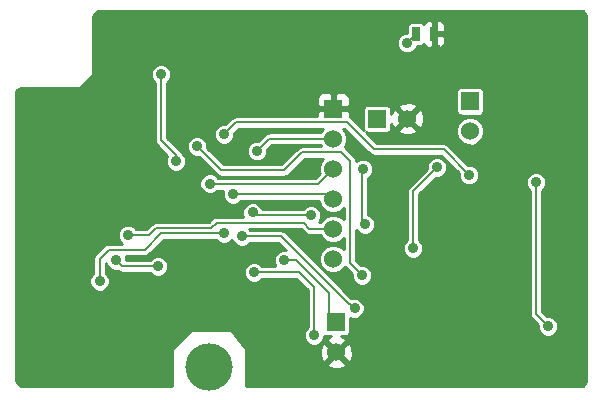
<source format=gbl>
G04 (created by PCBNEW (2013-05-31 BZR 4019)-stable) date 7/20/2013 3:51:13 PM*
%MOIN*%
G04 Gerber Fmt 3.4, Leading zero omitted, Abs format*
%FSLAX34Y34*%
G01*
G70*
G90*
G04 APERTURE LIST*
%ADD10C,0.00590551*%
%ADD11R,0.06X0.06*%
%ADD12C,0.06*%
%ADD13C,0.1575*%
%ADD14R,0.025X0.045*%
%ADD15C,0.035*%
%ADD16C,0.008*%
%ADD17C,0.01*%
G04 APERTURE END LIST*
G54D10*
G54D11*
X24106Y-13681D03*
G54D12*
X25106Y-13681D03*
G54D11*
X22736Y-20464D03*
G54D12*
X22736Y-21464D03*
G54D13*
X18504Y-21948D03*
G54D14*
X25400Y-10850D03*
X26000Y-10850D03*
G54D11*
X22637Y-13346D03*
G54D12*
X22637Y-14346D03*
X22637Y-15346D03*
X22637Y-16346D03*
X22637Y-17346D03*
X22637Y-18346D03*
G54D11*
X27200Y-13100D03*
G54D12*
X27200Y-14100D03*
G54D15*
X19000Y-14200D03*
X29800Y-20600D03*
X27165Y-15551D03*
X29400Y-15800D03*
X23600Y-18900D03*
X18100Y-14600D03*
X21000Y-18400D03*
X14850Y-19100D03*
X19000Y-17500D03*
X16800Y-18600D03*
X15400Y-18400D03*
X22000Y-20900D03*
X20000Y-18800D03*
X23350Y-20000D03*
X19600Y-17600D03*
X15800Y-17550D03*
X19300Y-16200D03*
X19950Y-16800D03*
X21900Y-16900D03*
X23622Y-15354D03*
X23700Y-17200D03*
X18520Y-15840D03*
X20100Y-14750D03*
X25100Y-11150D03*
X26100Y-15300D03*
X25300Y-18000D03*
X20100Y-22400D03*
X26050Y-11350D03*
X18050Y-18750D03*
X21550Y-17700D03*
X16350Y-10350D03*
X30000Y-17100D03*
X23500Y-19400D03*
X29900Y-21300D03*
X23600Y-17700D03*
X23700Y-20700D03*
X16000Y-22200D03*
X12900Y-21400D03*
X12200Y-19000D03*
X20000Y-13200D03*
X17500Y-14300D03*
X17000Y-15600D03*
X14700Y-17400D03*
X12700Y-17700D03*
X14000Y-16200D03*
X12700Y-12900D03*
X28051Y-10964D03*
X18188Y-12519D03*
X22736Y-11811D03*
X17400Y-15100D03*
X16900Y-12200D03*
G54D16*
X19400Y-13800D02*
X19900Y-13800D01*
X19000Y-14200D02*
X19400Y-13800D01*
X29400Y-16732D02*
X29400Y-15800D01*
X23040Y-13800D02*
X23100Y-13800D01*
X26181Y-14700D02*
X24000Y-14700D01*
X24000Y-14700D02*
X23100Y-13800D01*
X23040Y-13800D02*
X19900Y-13800D01*
X29400Y-20200D02*
X29800Y-20600D01*
X29400Y-16732D02*
X29400Y-20200D01*
X27165Y-15551D02*
X26314Y-14700D01*
X26314Y-14700D02*
X26181Y-14700D01*
X20200Y-15400D02*
X18900Y-15400D01*
X18900Y-15400D02*
X18100Y-14600D01*
X23200Y-17950D02*
X23200Y-18500D01*
X23200Y-18500D02*
X23600Y-18900D01*
X21000Y-15400D02*
X21600Y-14800D01*
X20200Y-15400D02*
X21000Y-15400D01*
X21600Y-14800D02*
X22840Y-14800D01*
X23200Y-16700D02*
X23200Y-15100D01*
X23200Y-15100D02*
X22900Y-14800D01*
X23200Y-17950D02*
X23200Y-16700D01*
X22840Y-14800D02*
X22900Y-14800D01*
X21000Y-18400D02*
X21400Y-18400D01*
X21400Y-18400D02*
X22500Y-19500D01*
X22500Y-19500D02*
X22500Y-20228D01*
X22500Y-20228D02*
X22736Y-20464D01*
X21400Y-18400D02*
X22500Y-19500D01*
X22500Y-19500D02*
X22500Y-20228D01*
X22500Y-20228D02*
X22736Y-20464D01*
X19000Y-17500D02*
X16900Y-17500D01*
X16900Y-17500D02*
X16350Y-18050D01*
X14850Y-19100D02*
X14850Y-18350D01*
X14850Y-18350D02*
X15150Y-18050D01*
X15150Y-18050D02*
X16350Y-18050D01*
X15600Y-18600D02*
X16800Y-18600D01*
X15400Y-18400D02*
X15600Y-18600D01*
X20000Y-18800D02*
X21500Y-18800D01*
X21500Y-18800D02*
X22000Y-19300D01*
X22000Y-20900D02*
X22000Y-19300D01*
X23200Y-19850D02*
X23150Y-19850D01*
X23350Y-20000D02*
X23200Y-19850D01*
X19600Y-17600D02*
X20900Y-17600D01*
X20900Y-17600D02*
X23150Y-19850D01*
X15800Y-17550D02*
X16500Y-17550D01*
X18750Y-17150D02*
X19700Y-17150D01*
X18580Y-17319D02*
X18750Y-17150D01*
X16730Y-17319D02*
X18580Y-17319D01*
X16500Y-17550D02*
X16730Y-17319D01*
X19700Y-17150D02*
X19850Y-17150D01*
X20320Y-17150D02*
X21650Y-17150D01*
X20320Y-17150D02*
X19850Y-17150D01*
X21650Y-17150D02*
X21846Y-17346D01*
X21846Y-17346D02*
X22637Y-17346D01*
X22637Y-17346D02*
X21846Y-17346D01*
X21846Y-17346D02*
X21650Y-17150D01*
X19300Y-16200D02*
X22491Y-16200D01*
X22491Y-16200D02*
X22637Y-16346D01*
X20050Y-16900D02*
X21900Y-16900D01*
X19950Y-16800D02*
X20050Y-16900D01*
X23622Y-15354D02*
X23600Y-15376D01*
X23600Y-15376D02*
X23600Y-16141D01*
X23600Y-17100D02*
X23600Y-16141D01*
X23600Y-16141D02*
X23600Y-15900D01*
X23700Y-17200D02*
X23600Y-17100D01*
X22124Y-15860D02*
X22637Y-15346D01*
X18520Y-15840D02*
X18540Y-15860D01*
X18540Y-15860D02*
X22124Y-15860D01*
X20503Y-14346D02*
X20550Y-14346D01*
X20100Y-14750D02*
X20503Y-14346D01*
X21653Y-14346D02*
X22637Y-14346D01*
X20550Y-14346D02*
X21653Y-14346D01*
X25100Y-11150D02*
X25400Y-10850D01*
X25300Y-18000D02*
X25300Y-16100D01*
X25300Y-16100D02*
X26100Y-15300D01*
X28090Y-10925D02*
X28090Y-10885D01*
X28051Y-10964D02*
X28090Y-10925D01*
X17400Y-15100D02*
X17400Y-14900D01*
X17400Y-14900D02*
X16900Y-14400D01*
X16900Y-14400D02*
X16900Y-12200D01*
G54D10*
G36*
X31054Y-22415D02*
X31038Y-22495D01*
X31007Y-22541D01*
X30960Y-22573D01*
X30886Y-22587D01*
X30145Y-22587D01*
X30145Y-20531D01*
X30092Y-20404D01*
X29995Y-20307D01*
X29868Y-20255D01*
X29751Y-20254D01*
X29610Y-20113D01*
X29610Y-16732D01*
X29610Y-16077D01*
X29692Y-15995D01*
X29744Y-15868D01*
X29745Y-15731D01*
X29692Y-15604D01*
X29595Y-15507D01*
X29468Y-15455D01*
X29331Y-15454D01*
X29204Y-15507D01*
X29107Y-15604D01*
X29055Y-15731D01*
X29054Y-15868D01*
X29107Y-15995D01*
X29190Y-16077D01*
X29190Y-16732D01*
X29190Y-20200D01*
X29205Y-20280D01*
X29251Y-20348D01*
X29455Y-20552D01*
X29454Y-20668D01*
X29507Y-20795D01*
X29604Y-20892D01*
X29731Y-20944D01*
X29868Y-20945D01*
X29995Y-20892D01*
X30092Y-20795D01*
X30144Y-20668D01*
X30145Y-20531D01*
X30145Y-22587D01*
X27670Y-22587D01*
X27670Y-14006D01*
X27670Y-14006D01*
X27670Y-13366D01*
X27670Y-12766D01*
X27644Y-12703D01*
X27596Y-12655D01*
X27533Y-12630D01*
X27466Y-12629D01*
X26866Y-12629D01*
X26803Y-12655D01*
X26755Y-12703D01*
X26730Y-12766D01*
X26729Y-12833D01*
X26729Y-13433D01*
X26755Y-13496D01*
X26803Y-13544D01*
X26866Y-13569D01*
X26933Y-13570D01*
X27533Y-13570D01*
X27596Y-13544D01*
X27644Y-13496D01*
X27669Y-13433D01*
X27670Y-13366D01*
X27670Y-14006D01*
X27598Y-13834D01*
X27466Y-13701D01*
X27293Y-13630D01*
X27106Y-13629D01*
X26934Y-13701D01*
X26801Y-13833D01*
X26730Y-14006D01*
X26729Y-14193D01*
X26801Y-14365D01*
X26933Y-14498D01*
X27106Y-14569D01*
X27293Y-14570D01*
X27465Y-14498D01*
X27598Y-14366D01*
X27669Y-14193D01*
X27670Y-14006D01*
X27670Y-22587D01*
X27510Y-22587D01*
X27510Y-15482D01*
X27458Y-15356D01*
X27361Y-15258D01*
X27234Y-15206D01*
X27117Y-15206D01*
X26462Y-14551D01*
X26394Y-14505D01*
X26375Y-14502D01*
X26375Y-11025D01*
X26375Y-10674D01*
X26374Y-10575D01*
X26336Y-10483D01*
X26266Y-10412D01*
X26174Y-10374D01*
X26112Y-10375D01*
X26050Y-10437D01*
X26050Y-10800D01*
X26312Y-10800D01*
X26375Y-10737D01*
X26375Y-10674D01*
X26375Y-11025D01*
X26375Y-10962D01*
X26312Y-10900D01*
X26050Y-10900D01*
X26050Y-11262D01*
X26112Y-11325D01*
X26174Y-11325D01*
X26266Y-11287D01*
X26336Y-11216D01*
X26374Y-11124D01*
X26375Y-11025D01*
X26375Y-14502D01*
X26314Y-14490D01*
X26181Y-14490D01*
X25950Y-14490D01*
X25950Y-11262D01*
X25950Y-10900D01*
X25942Y-10900D01*
X25942Y-10800D01*
X25950Y-10800D01*
X25950Y-10437D01*
X25887Y-10375D01*
X25825Y-10374D01*
X25733Y-10412D01*
X25663Y-10483D01*
X25651Y-10511D01*
X25621Y-10480D01*
X25558Y-10455D01*
X25491Y-10454D01*
X25241Y-10454D01*
X25178Y-10480D01*
X25130Y-10528D01*
X25105Y-10591D01*
X25104Y-10658D01*
X25104Y-10805D01*
X25031Y-10804D01*
X24904Y-10857D01*
X24807Y-10954D01*
X24755Y-11081D01*
X24754Y-11218D01*
X24807Y-11345D01*
X24904Y-11442D01*
X25031Y-11494D01*
X25168Y-11495D01*
X25295Y-11442D01*
X25392Y-11345D01*
X25434Y-11245D01*
X25558Y-11245D01*
X25621Y-11219D01*
X25651Y-11188D01*
X25663Y-11216D01*
X25733Y-11287D01*
X25825Y-11325D01*
X25887Y-11325D01*
X25950Y-11262D01*
X25950Y-14490D01*
X25661Y-14490D01*
X25661Y-13762D01*
X25650Y-13544D01*
X25587Y-13393D01*
X25492Y-13365D01*
X25421Y-13436D01*
X25421Y-13295D01*
X25394Y-13199D01*
X25188Y-13126D01*
X24969Y-13137D01*
X24818Y-13199D01*
X24791Y-13295D01*
X25106Y-13610D01*
X25421Y-13295D01*
X25421Y-13436D01*
X25177Y-13681D01*
X25492Y-13996D01*
X25587Y-13968D01*
X25661Y-13762D01*
X25661Y-14490D01*
X25421Y-14490D01*
X25421Y-14067D01*
X25106Y-13751D01*
X24791Y-14067D01*
X24818Y-14162D01*
X25024Y-14235D01*
X25243Y-14224D01*
X25394Y-14162D01*
X25421Y-14067D01*
X25421Y-14490D01*
X24086Y-14490D01*
X23730Y-14133D01*
X23772Y-14151D01*
X23839Y-14151D01*
X24439Y-14151D01*
X24502Y-14125D01*
X24550Y-14077D01*
X24576Y-14015D01*
X24576Y-13947D01*
X24576Y-13851D01*
X24625Y-13968D01*
X24720Y-13996D01*
X25035Y-13681D01*
X24720Y-13365D01*
X24625Y-13393D01*
X24576Y-13529D01*
X24576Y-13347D01*
X24550Y-13284D01*
X24502Y-13237D01*
X24440Y-13211D01*
X24372Y-13211D01*
X23772Y-13211D01*
X23710Y-13236D01*
X23662Y-13284D01*
X23636Y-13347D01*
X23636Y-13414D01*
X23636Y-14014D01*
X23653Y-14056D01*
X23248Y-13651D01*
X23187Y-13610D01*
X23187Y-12996D01*
X23149Y-12905D01*
X23079Y-12834D01*
X22987Y-12796D01*
X22888Y-12796D01*
X22750Y-12796D01*
X22687Y-12858D01*
X22687Y-13296D01*
X23125Y-13296D01*
X23187Y-13233D01*
X23187Y-12996D01*
X23187Y-13610D01*
X23187Y-13610D01*
X23187Y-13458D01*
X23125Y-13396D01*
X22687Y-13396D01*
X22687Y-13404D01*
X22587Y-13404D01*
X22587Y-13396D01*
X22587Y-13296D01*
X22587Y-12858D01*
X22525Y-12796D01*
X22387Y-12796D01*
X22287Y-12796D01*
X22195Y-12834D01*
X22125Y-12905D01*
X22087Y-12996D01*
X22087Y-13233D01*
X22150Y-13296D01*
X22587Y-13296D01*
X22587Y-13396D01*
X22150Y-13396D01*
X22087Y-13458D01*
X22087Y-13590D01*
X19900Y-13590D01*
X19400Y-13590D01*
X19399Y-13590D01*
X19384Y-13593D01*
X19319Y-13605D01*
X19251Y-13651D01*
X19251Y-13651D01*
X19047Y-13855D01*
X18931Y-13854D01*
X18804Y-13907D01*
X18707Y-14004D01*
X18655Y-14131D01*
X18654Y-14268D01*
X18707Y-14395D01*
X18804Y-14492D01*
X18931Y-14544D01*
X19068Y-14545D01*
X19195Y-14492D01*
X19292Y-14395D01*
X19344Y-14268D01*
X19345Y-14151D01*
X19486Y-14010D01*
X19900Y-14010D01*
X22309Y-14010D01*
X22239Y-14079D01*
X22216Y-14136D01*
X21653Y-14136D01*
X20550Y-14136D01*
X20503Y-14136D01*
X20503Y-14136D01*
X20487Y-14139D01*
X20423Y-14152D01*
X20355Y-14197D01*
X20355Y-14197D01*
X20147Y-14405D01*
X20031Y-14404D01*
X19904Y-14457D01*
X19807Y-14554D01*
X19755Y-14681D01*
X19754Y-14818D01*
X19807Y-14945D01*
X19904Y-15042D01*
X20031Y-15094D01*
X20168Y-15095D01*
X20295Y-15042D01*
X20392Y-14945D01*
X20444Y-14818D01*
X20445Y-14701D01*
X20590Y-14556D01*
X21653Y-14556D01*
X22216Y-14556D01*
X22229Y-14590D01*
X21600Y-14590D01*
X21519Y-14605D01*
X21492Y-14624D01*
X21451Y-14651D01*
X21451Y-14651D01*
X20913Y-15190D01*
X20200Y-15190D01*
X18986Y-15190D01*
X18444Y-14647D01*
X18445Y-14531D01*
X18392Y-14404D01*
X18295Y-14307D01*
X18168Y-14255D01*
X18031Y-14254D01*
X17904Y-14307D01*
X17807Y-14404D01*
X17755Y-14531D01*
X17754Y-14668D01*
X17807Y-14795D01*
X17904Y-14892D01*
X18031Y-14944D01*
X18148Y-14945D01*
X18751Y-15548D01*
X18751Y-15548D01*
X18819Y-15594D01*
X18819Y-15594D01*
X18884Y-15606D01*
X18899Y-15610D01*
X18899Y-15609D01*
X18900Y-15610D01*
X20200Y-15610D01*
X21000Y-15610D01*
X21080Y-15594D01*
X21148Y-15548D01*
X21686Y-15010D01*
X22309Y-15010D01*
X22239Y-15079D01*
X22167Y-15252D01*
X22167Y-15439D01*
X22191Y-15496D01*
X22037Y-15650D01*
X18814Y-15650D01*
X18812Y-15644D01*
X18715Y-15547D01*
X18588Y-15495D01*
X18451Y-15494D01*
X18324Y-15547D01*
X18227Y-15644D01*
X18175Y-15771D01*
X18174Y-15908D01*
X18227Y-16035D01*
X18324Y-16132D01*
X18451Y-16184D01*
X18588Y-16185D01*
X18715Y-16132D01*
X18777Y-16070D01*
X18980Y-16070D01*
X18955Y-16131D01*
X18954Y-16268D01*
X19007Y-16395D01*
X19104Y-16492D01*
X19231Y-16544D01*
X19368Y-16545D01*
X19495Y-16492D01*
X19577Y-16410D01*
X22167Y-16410D01*
X22167Y-16439D01*
X22239Y-16612D01*
X22371Y-16744D01*
X22543Y-16816D01*
X22730Y-16816D01*
X22903Y-16745D01*
X22990Y-16658D01*
X22990Y-16700D01*
X22990Y-17034D01*
X22904Y-16948D01*
X22731Y-16876D01*
X22544Y-16876D01*
X22371Y-16947D01*
X22239Y-17079D01*
X22216Y-17136D01*
X22151Y-17136D01*
X22192Y-17095D01*
X22244Y-16968D01*
X22245Y-16831D01*
X22192Y-16704D01*
X22095Y-16607D01*
X21968Y-16555D01*
X21831Y-16554D01*
X21704Y-16607D01*
X21622Y-16690D01*
X20277Y-16690D01*
X20242Y-16604D01*
X20145Y-16507D01*
X20018Y-16455D01*
X19881Y-16454D01*
X19754Y-16507D01*
X19657Y-16604D01*
X19605Y-16731D01*
X19604Y-16868D01*
X19634Y-16940D01*
X18750Y-16940D01*
X18669Y-16955D01*
X18601Y-17001D01*
X18601Y-17001D01*
X18493Y-17109D01*
X17745Y-17109D01*
X17745Y-15031D01*
X17692Y-14904D01*
X17595Y-14807D01*
X17582Y-14802D01*
X17582Y-14802D01*
X17548Y-14751D01*
X17110Y-14313D01*
X17110Y-12477D01*
X17192Y-12395D01*
X17244Y-12268D01*
X17245Y-12131D01*
X17192Y-12004D01*
X17095Y-11907D01*
X16968Y-11855D01*
X16831Y-11854D01*
X16704Y-11907D01*
X16607Y-12004D01*
X16555Y-12131D01*
X16554Y-12268D01*
X16607Y-12395D01*
X16690Y-12477D01*
X16690Y-14400D01*
X16705Y-14480D01*
X16751Y-14548D01*
X17107Y-14904D01*
X17055Y-15031D01*
X17054Y-15168D01*
X17107Y-15295D01*
X17204Y-15392D01*
X17331Y-15444D01*
X17468Y-15445D01*
X17595Y-15392D01*
X17692Y-15295D01*
X17744Y-15168D01*
X17745Y-15031D01*
X17745Y-17109D01*
X16730Y-17109D01*
X16649Y-17125D01*
X16622Y-17144D01*
X16581Y-17171D01*
X16581Y-17171D01*
X16413Y-17340D01*
X16077Y-17340D01*
X15995Y-17257D01*
X15868Y-17205D01*
X15731Y-17204D01*
X15604Y-17257D01*
X15507Y-17354D01*
X15455Y-17481D01*
X15454Y-17618D01*
X15507Y-17745D01*
X15602Y-17840D01*
X15150Y-17840D01*
X15149Y-17840D01*
X15134Y-17843D01*
X15069Y-17855D01*
X15001Y-17901D01*
X15001Y-17901D01*
X14701Y-18201D01*
X14655Y-18269D01*
X14640Y-18350D01*
X14640Y-18822D01*
X14557Y-18904D01*
X14505Y-19031D01*
X14504Y-19168D01*
X14557Y-19295D01*
X14654Y-19392D01*
X14781Y-19444D01*
X14918Y-19445D01*
X15045Y-19392D01*
X15142Y-19295D01*
X15194Y-19168D01*
X15195Y-19031D01*
X15142Y-18904D01*
X15060Y-18822D01*
X15060Y-18480D01*
X15107Y-18595D01*
X15204Y-18692D01*
X15331Y-18744D01*
X15448Y-18745D01*
X15451Y-18748D01*
X15451Y-18748D01*
X15492Y-18775D01*
X15519Y-18794D01*
X15519Y-18794D01*
X15600Y-18810D01*
X16522Y-18810D01*
X16604Y-18892D01*
X16731Y-18944D01*
X16868Y-18945D01*
X16995Y-18892D01*
X17092Y-18795D01*
X17144Y-18668D01*
X17145Y-18531D01*
X17092Y-18404D01*
X16995Y-18307D01*
X16868Y-18255D01*
X16731Y-18254D01*
X16604Y-18307D01*
X16522Y-18390D01*
X15745Y-18390D01*
X15745Y-18331D01*
X15715Y-18260D01*
X16350Y-18260D01*
X16430Y-18244D01*
X16498Y-18198D01*
X16986Y-17710D01*
X18722Y-17710D01*
X18804Y-17792D01*
X18931Y-17844D01*
X19068Y-17845D01*
X19195Y-17792D01*
X19273Y-17714D01*
X19307Y-17795D01*
X19404Y-17892D01*
X19531Y-17944D01*
X19668Y-17945D01*
X19795Y-17892D01*
X19877Y-17810D01*
X20813Y-17810D01*
X21058Y-18055D01*
X20931Y-18054D01*
X20804Y-18107D01*
X20707Y-18204D01*
X20655Y-18331D01*
X20654Y-18468D01*
X20705Y-18590D01*
X20277Y-18590D01*
X20195Y-18507D01*
X20068Y-18455D01*
X19931Y-18454D01*
X19804Y-18507D01*
X19707Y-18604D01*
X19655Y-18731D01*
X19654Y-18868D01*
X19707Y-18995D01*
X19804Y-19092D01*
X19931Y-19144D01*
X20068Y-19145D01*
X20195Y-19092D01*
X20277Y-19010D01*
X21413Y-19010D01*
X21790Y-19386D01*
X21790Y-20622D01*
X21707Y-20704D01*
X21655Y-20831D01*
X21654Y-20968D01*
X21707Y-21095D01*
X21804Y-21192D01*
X21931Y-21244D01*
X22068Y-21245D01*
X22195Y-21192D01*
X22292Y-21095D01*
X22344Y-20968D01*
X22344Y-20910D01*
X22402Y-20934D01*
X22469Y-20934D01*
X22565Y-20934D01*
X22448Y-20983D01*
X22421Y-21078D01*
X22736Y-21393D01*
X23051Y-21078D01*
X23024Y-20983D01*
X22887Y-20934D01*
X23069Y-20934D01*
X23132Y-20908D01*
X23180Y-20860D01*
X23206Y-20798D01*
X23206Y-20730D01*
X23206Y-20313D01*
X23281Y-20344D01*
X23418Y-20345D01*
X23545Y-20292D01*
X23642Y-20195D01*
X23694Y-20068D01*
X23695Y-19931D01*
X23642Y-19804D01*
X23545Y-19707D01*
X23418Y-19655D01*
X23281Y-19654D01*
X23279Y-19655D01*
X23246Y-19649D01*
X21048Y-17451D01*
X20980Y-17405D01*
X20900Y-17390D01*
X19877Y-17390D01*
X19847Y-17360D01*
X19850Y-17360D01*
X20320Y-17360D01*
X21563Y-17360D01*
X21697Y-17494D01*
X21697Y-17494D01*
X21766Y-17540D01*
X21766Y-17540D01*
X21846Y-17556D01*
X22216Y-17556D01*
X22239Y-17612D01*
X22371Y-17744D01*
X22543Y-17816D01*
X22730Y-17816D01*
X22903Y-17745D01*
X22990Y-17658D01*
X22990Y-17950D01*
X22990Y-18034D01*
X22904Y-17948D01*
X22731Y-17876D01*
X22544Y-17876D01*
X22371Y-17947D01*
X22239Y-18079D01*
X22167Y-18252D01*
X22167Y-18439D01*
X22239Y-18612D01*
X22371Y-18744D01*
X22543Y-18816D01*
X22730Y-18816D01*
X22903Y-18745D01*
X23031Y-18617D01*
X23051Y-18648D01*
X23255Y-18852D01*
X23254Y-18968D01*
X23307Y-19095D01*
X23404Y-19192D01*
X23531Y-19244D01*
X23668Y-19245D01*
X23795Y-19192D01*
X23892Y-19095D01*
X23944Y-18968D01*
X23945Y-18831D01*
X23892Y-18704D01*
X23795Y-18607D01*
X23668Y-18555D01*
X23551Y-18554D01*
X23410Y-18413D01*
X23410Y-17950D01*
X23410Y-17397D01*
X23504Y-17492D01*
X23631Y-17544D01*
X23768Y-17545D01*
X23895Y-17492D01*
X23992Y-17395D01*
X24044Y-17268D01*
X24045Y-17131D01*
X23992Y-17004D01*
X23895Y-16907D01*
X23810Y-16872D01*
X23810Y-16141D01*
X23810Y-15900D01*
X23810Y-15649D01*
X23817Y-15646D01*
X23914Y-15550D01*
X23966Y-15423D01*
X23967Y-15286D01*
X23914Y-15159D01*
X23817Y-15062D01*
X23690Y-15009D01*
X23553Y-15009D01*
X23426Y-15061D01*
X23406Y-15082D01*
X23394Y-15019D01*
X23394Y-15019D01*
X23348Y-14951D01*
X23348Y-14951D01*
X23048Y-14651D01*
X23017Y-14631D01*
X23036Y-14613D01*
X23107Y-14440D01*
X23107Y-14253D01*
X23036Y-14080D01*
X22966Y-14010D01*
X23013Y-14010D01*
X23851Y-14848D01*
X23919Y-14894D01*
X24000Y-14910D01*
X26181Y-14910D01*
X26227Y-14910D01*
X26820Y-15503D01*
X26820Y-15619D01*
X26872Y-15746D01*
X26969Y-15843D01*
X27096Y-15896D01*
X27233Y-15896D01*
X27360Y-15843D01*
X27457Y-15746D01*
X27510Y-15620D01*
X27510Y-15482D01*
X27510Y-22587D01*
X26445Y-22587D01*
X26445Y-15231D01*
X26392Y-15104D01*
X26295Y-15007D01*
X26168Y-14955D01*
X26031Y-14954D01*
X25904Y-15007D01*
X25807Y-15104D01*
X25755Y-15231D01*
X25754Y-15348D01*
X25151Y-15951D01*
X25105Y-16019D01*
X25090Y-16100D01*
X25090Y-17722D01*
X25007Y-17804D01*
X24955Y-17931D01*
X24954Y-18068D01*
X25007Y-18195D01*
X25104Y-18292D01*
X25231Y-18344D01*
X25368Y-18345D01*
X25495Y-18292D01*
X25592Y-18195D01*
X25644Y-18068D01*
X25645Y-17931D01*
X25592Y-17804D01*
X25510Y-17722D01*
X25510Y-16186D01*
X26052Y-15644D01*
X26168Y-15645D01*
X26295Y-15592D01*
X26392Y-15495D01*
X26444Y-15368D01*
X26445Y-15231D01*
X26445Y-22587D01*
X23291Y-22587D01*
X23291Y-21546D01*
X23280Y-21327D01*
X23217Y-21176D01*
X23122Y-21149D01*
X22806Y-21464D01*
X23122Y-21779D01*
X23217Y-21752D01*
X23291Y-21546D01*
X23291Y-22587D01*
X23051Y-22587D01*
X23051Y-21850D01*
X22736Y-21535D01*
X22665Y-21605D01*
X22665Y-21464D01*
X22350Y-21149D01*
X22254Y-21176D01*
X22181Y-21382D01*
X22192Y-21601D01*
X22254Y-21752D01*
X22350Y-21779D01*
X22665Y-21464D01*
X22665Y-21605D01*
X22421Y-21850D01*
X22448Y-21945D01*
X22654Y-22019D01*
X22872Y-22008D01*
X23024Y-21945D01*
X23051Y-21850D01*
X23051Y-22587D01*
X19735Y-22587D01*
X19735Y-21339D01*
X19216Y-20717D01*
X17892Y-20717D01*
X17273Y-21337D01*
X17273Y-22587D01*
X12225Y-22587D01*
X12058Y-22420D01*
X12058Y-12808D01*
X12071Y-12740D01*
X12091Y-12711D01*
X12215Y-12648D01*
X12219Y-12647D01*
X14193Y-12647D01*
X14617Y-12225D01*
X14617Y-10256D01*
X14785Y-10088D01*
X14881Y-10087D01*
X30879Y-10087D01*
X30960Y-10103D01*
X31007Y-10134D01*
X31038Y-10181D01*
X31054Y-10261D01*
X31054Y-22415D01*
X31054Y-22415D01*
G37*
G54D17*
X31054Y-22415D02*
X31038Y-22495D01*
X31007Y-22541D01*
X30960Y-22573D01*
X30886Y-22587D01*
X30145Y-22587D01*
X30145Y-20531D01*
X30092Y-20404D01*
X29995Y-20307D01*
X29868Y-20255D01*
X29751Y-20254D01*
X29610Y-20113D01*
X29610Y-16732D01*
X29610Y-16077D01*
X29692Y-15995D01*
X29744Y-15868D01*
X29745Y-15731D01*
X29692Y-15604D01*
X29595Y-15507D01*
X29468Y-15455D01*
X29331Y-15454D01*
X29204Y-15507D01*
X29107Y-15604D01*
X29055Y-15731D01*
X29054Y-15868D01*
X29107Y-15995D01*
X29190Y-16077D01*
X29190Y-16732D01*
X29190Y-20200D01*
X29205Y-20280D01*
X29251Y-20348D01*
X29455Y-20552D01*
X29454Y-20668D01*
X29507Y-20795D01*
X29604Y-20892D01*
X29731Y-20944D01*
X29868Y-20945D01*
X29995Y-20892D01*
X30092Y-20795D01*
X30144Y-20668D01*
X30145Y-20531D01*
X30145Y-22587D01*
X27670Y-22587D01*
X27670Y-14006D01*
X27670Y-14006D01*
X27670Y-13366D01*
X27670Y-12766D01*
X27644Y-12703D01*
X27596Y-12655D01*
X27533Y-12630D01*
X27466Y-12629D01*
X26866Y-12629D01*
X26803Y-12655D01*
X26755Y-12703D01*
X26730Y-12766D01*
X26729Y-12833D01*
X26729Y-13433D01*
X26755Y-13496D01*
X26803Y-13544D01*
X26866Y-13569D01*
X26933Y-13570D01*
X27533Y-13570D01*
X27596Y-13544D01*
X27644Y-13496D01*
X27669Y-13433D01*
X27670Y-13366D01*
X27670Y-14006D01*
X27598Y-13834D01*
X27466Y-13701D01*
X27293Y-13630D01*
X27106Y-13629D01*
X26934Y-13701D01*
X26801Y-13833D01*
X26730Y-14006D01*
X26729Y-14193D01*
X26801Y-14365D01*
X26933Y-14498D01*
X27106Y-14569D01*
X27293Y-14570D01*
X27465Y-14498D01*
X27598Y-14366D01*
X27669Y-14193D01*
X27670Y-14006D01*
X27670Y-22587D01*
X27510Y-22587D01*
X27510Y-15482D01*
X27458Y-15356D01*
X27361Y-15258D01*
X27234Y-15206D01*
X27117Y-15206D01*
X26462Y-14551D01*
X26394Y-14505D01*
X26375Y-14502D01*
X26375Y-11025D01*
X26375Y-10674D01*
X26374Y-10575D01*
X26336Y-10483D01*
X26266Y-10412D01*
X26174Y-10374D01*
X26112Y-10375D01*
X26050Y-10437D01*
X26050Y-10800D01*
X26312Y-10800D01*
X26375Y-10737D01*
X26375Y-10674D01*
X26375Y-11025D01*
X26375Y-10962D01*
X26312Y-10900D01*
X26050Y-10900D01*
X26050Y-11262D01*
X26112Y-11325D01*
X26174Y-11325D01*
X26266Y-11287D01*
X26336Y-11216D01*
X26374Y-11124D01*
X26375Y-11025D01*
X26375Y-14502D01*
X26314Y-14490D01*
X26181Y-14490D01*
X25950Y-14490D01*
X25950Y-11262D01*
X25950Y-10900D01*
X25942Y-10900D01*
X25942Y-10800D01*
X25950Y-10800D01*
X25950Y-10437D01*
X25887Y-10375D01*
X25825Y-10374D01*
X25733Y-10412D01*
X25663Y-10483D01*
X25651Y-10511D01*
X25621Y-10480D01*
X25558Y-10455D01*
X25491Y-10454D01*
X25241Y-10454D01*
X25178Y-10480D01*
X25130Y-10528D01*
X25105Y-10591D01*
X25104Y-10658D01*
X25104Y-10805D01*
X25031Y-10804D01*
X24904Y-10857D01*
X24807Y-10954D01*
X24755Y-11081D01*
X24754Y-11218D01*
X24807Y-11345D01*
X24904Y-11442D01*
X25031Y-11494D01*
X25168Y-11495D01*
X25295Y-11442D01*
X25392Y-11345D01*
X25434Y-11245D01*
X25558Y-11245D01*
X25621Y-11219D01*
X25651Y-11188D01*
X25663Y-11216D01*
X25733Y-11287D01*
X25825Y-11325D01*
X25887Y-11325D01*
X25950Y-11262D01*
X25950Y-14490D01*
X25661Y-14490D01*
X25661Y-13762D01*
X25650Y-13544D01*
X25587Y-13393D01*
X25492Y-13365D01*
X25421Y-13436D01*
X25421Y-13295D01*
X25394Y-13199D01*
X25188Y-13126D01*
X24969Y-13137D01*
X24818Y-13199D01*
X24791Y-13295D01*
X25106Y-13610D01*
X25421Y-13295D01*
X25421Y-13436D01*
X25177Y-13681D01*
X25492Y-13996D01*
X25587Y-13968D01*
X25661Y-13762D01*
X25661Y-14490D01*
X25421Y-14490D01*
X25421Y-14067D01*
X25106Y-13751D01*
X24791Y-14067D01*
X24818Y-14162D01*
X25024Y-14235D01*
X25243Y-14224D01*
X25394Y-14162D01*
X25421Y-14067D01*
X25421Y-14490D01*
X24086Y-14490D01*
X23730Y-14133D01*
X23772Y-14151D01*
X23839Y-14151D01*
X24439Y-14151D01*
X24502Y-14125D01*
X24550Y-14077D01*
X24576Y-14015D01*
X24576Y-13947D01*
X24576Y-13851D01*
X24625Y-13968D01*
X24720Y-13996D01*
X25035Y-13681D01*
X24720Y-13365D01*
X24625Y-13393D01*
X24576Y-13529D01*
X24576Y-13347D01*
X24550Y-13284D01*
X24502Y-13237D01*
X24440Y-13211D01*
X24372Y-13211D01*
X23772Y-13211D01*
X23710Y-13236D01*
X23662Y-13284D01*
X23636Y-13347D01*
X23636Y-13414D01*
X23636Y-14014D01*
X23653Y-14056D01*
X23248Y-13651D01*
X23187Y-13610D01*
X23187Y-12996D01*
X23149Y-12905D01*
X23079Y-12834D01*
X22987Y-12796D01*
X22888Y-12796D01*
X22750Y-12796D01*
X22687Y-12858D01*
X22687Y-13296D01*
X23125Y-13296D01*
X23187Y-13233D01*
X23187Y-12996D01*
X23187Y-13610D01*
X23187Y-13610D01*
X23187Y-13458D01*
X23125Y-13396D01*
X22687Y-13396D01*
X22687Y-13404D01*
X22587Y-13404D01*
X22587Y-13396D01*
X22587Y-13296D01*
X22587Y-12858D01*
X22525Y-12796D01*
X22387Y-12796D01*
X22287Y-12796D01*
X22195Y-12834D01*
X22125Y-12905D01*
X22087Y-12996D01*
X22087Y-13233D01*
X22150Y-13296D01*
X22587Y-13296D01*
X22587Y-13396D01*
X22150Y-13396D01*
X22087Y-13458D01*
X22087Y-13590D01*
X19900Y-13590D01*
X19400Y-13590D01*
X19399Y-13590D01*
X19384Y-13593D01*
X19319Y-13605D01*
X19251Y-13651D01*
X19251Y-13651D01*
X19047Y-13855D01*
X18931Y-13854D01*
X18804Y-13907D01*
X18707Y-14004D01*
X18655Y-14131D01*
X18654Y-14268D01*
X18707Y-14395D01*
X18804Y-14492D01*
X18931Y-14544D01*
X19068Y-14545D01*
X19195Y-14492D01*
X19292Y-14395D01*
X19344Y-14268D01*
X19345Y-14151D01*
X19486Y-14010D01*
X19900Y-14010D01*
X22309Y-14010D01*
X22239Y-14079D01*
X22216Y-14136D01*
X21653Y-14136D01*
X20550Y-14136D01*
X20503Y-14136D01*
X20503Y-14136D01*
X20487Y-14139D01*
X20423Y-14152D01*
X20355Y-14197D01*
X20355Y-14197D01*
X20147Y-14405D01*
X20031Y-14404D01*
X19904Y-14457D01*
X19807Y-14554D01*
X19755Y-14681D01*
X19754Y-14818D01*
X19807Y-14945D01*
X19904Y-15042D01*
X20031Y-15094D01*
X20168Y-15095D01*
X20295Y-15042D01*
X20392Y-14945D01*
X20444Y-14818D01*
X20445Y-14701D01*
X20590Y-14556D01*
X21653Y-14556D01*
X22216Y-14556D01*
X22229Y-14590D01*
X21600Y-14590D01*
X21519Y-14605D01*
X21492Y-14624D01*
X21451Y-14651D01*
X21451Y-14651D01*
X20913Y-15190D01*
X20200Y-15190D01*
X18986Y-15190D01*
X18444Y-14647D01*
X18445Y-14531D01*
X18392Y-14404D01*
X18295Y-14307D01*
X18168Y-14255D01*
X18031Y-14254D01*
X17904Y-14307D01*
X17807Y-14404D01*
X17755Y-14531D01*
X17754Y-14668D01*
X17807Y-14795D01*
X17904Y-14892D01*
X18031Y-14944D01*
X18148Y-14945D01*
X18751Y-15548D01*
X18751Y-15548D01*
X18819Y-15594D01*
X18819Y-15594D01*
X18884Y-15606D01*
X18899Y-15610D01*
X18899Y-15609D01*
X18900Y-15610D01*
X20200Y-15610D01*
X21000Y-15610D01*
X21080Y-15594D01*
X21148Y-15548D01*
X21686Y-15010D01*
X22309Y-15010D01*
X22239Y-15079D01*
X22167Y-15252D01*
X22167Y-15439D01*
X22191Y-15496D01*
X22037Y-15650D01*
X18814Y-15650D01*
X18812Y-15644D01*
X18715Y-15547D01*
X18588Y-15495D01*
X18451Y-15494D01*
X18324Y-15547D01*
X18227Y-15644D01*
X18175Y-15771D01*
X18174Y-15908D01*
X18227Y-16035D01*
X18324Y-16132D01*
X18451Y-16184D01*
X18588Y-16185D01*
X18715Y-16132D01*
X18777Y-16070D01*
X18980Y-16070D01*
X18955Y-16131D01*
X18954Y-16268D01*
X19007Y-16395D01*
X19104Y-16492D01*
X19231Y-16544D01*
X19368Y-16545D01*
X19495Y-16492D01*
X19577Y-16410D01*
X22167Y-16410D01*
X22167Y-16439D01*
X22239Y-16612D01*
X22371Y-16744D01*
X22543Y-16816D01*
X22730Y-16816D01*
X22903Y-16745D01*
X22990Y-16658D01*
X22990Y-16700D01*
X22990Y-17034D01*
X22904Y-16948D01*
X22731Y-16876D01*
X22544Y-16876D01*
X22371Y-16947D01*
X22239Y-17079D01*
X22216Y-17136D01*
X22151Y-17136D01*
X22192Y-17095D01*
X22244Y-16968D01*
X22245Y-16831D01*
X22192Y-16704D01*
X22095Y-16607D01*
X21968Y-16555D01*
X21831Y-16554D01*
X21704Y-16607D01*
X21622Y-16690D01*
X20277Y-16690D01*
X20242Y-16604D01*
X20145Y-16507D01*
X20018Y-16455D01*
X19881Y-16454D01*
X19754Y-16507D01*
X19657Y-16604D01*
X19605Y-16731D01*
X19604Y-16868D01*
X19634Y-16940D01*
X18750Y-16940D01*
X18669Y-16955D01*
X18601Y-17001D01*
X18601Y-17001D01*
X18493Y-17109D01*
X17745Y-17109D01*
X17745Y-15031D01*
X17692Y-14904D01*
X17595Y-14807D01*
X17582Y-14802D01*
X17582Y-14802D01*
X17548Y-14751D01*
X17110Y-14313D01*
X17110Y-12477D01*
X17192Y-12395D01*
X17244Y-12268D01*
X17245Y-12131D01*
X17192Y-12004D01*
X17095Y-11907D01*
X16968Y-11855D01*
X16831Y-11854D01*
X16704Y-11907D01*
X16607Y-12004D01*
X16555Y-12131D01*
X16554Y-12268D01*
X16607Y-12395D01*
X16690Y-12477D01*
X16690Y-14400D01*
X16705Y-14480D01*
X16751Y-14548D01*
X17107Y-14904D01*
X17055Y-15031D01*
X17054Y-15168D01*
X17107Y-15295D01*
X17204Y-15392D01*
X17331Y-15444D01*
X17468Y-15445D01*
X17595Y-15392D01*
X17692Y-15295D01*
X17744Y-15168D01*
X17745Y-15031D01*
X17745Y-17109D01*
X16730Y-17109D01*
X16649Y-17125D01*
X16622Y-17144D01*
X16581Y-17171D01*
X16581Y-17171D01*
X16413Y-17340D01*
X16077Y-17340D01*
X15995Y-17257D01*
X15868Y-17205D01*
X15731Y-17204D01*
X15604Y-17257D01*
X15507Y-17354D01*
X15455Y-17481D01*
X15454Y-17618D01*
X15507Y-17745D01*
X15602Y-17840D01*
X15150Y-17840D01*
X15149Y-17840D01*
X15134Y-17843D01*
X15069Y-17855D01*
X15001Y-17901D01*
X15001Y-17901D01*
X14701Y-18201D01*
X14655Y-18269D01*
X14640Y-18350D01*
X14640Y-18822D01*
X14557Y-18904D01*
X14505Y-19031D01*
X14504Y-19168D01*
X14557Y-19295D01*
X14654Y-19392D01*
X14781Y-19444D01*
X14918Y-19445D01*
X15045Y-19392D01*
X15142Y-19295D01*
X15194Y-19168D01*
X15195Y-19031D01*
X15142Y-18904D01*
X15060Y-18822D01*
X15060Y-18480D01*
X15107Y-18595D01*
X15204Y-18692D01*
X15331Y-18744D01*
X15448Y-18745D01*
X15451Y-18748D01*
X15451Y-18748D01*
X15492Y-18775D01*
X15519Y-18794D01*
X15519Y-18794D01*
X15600Y-18810D01*
X16522Y-18810D01*
X16604Y-18892D01*
X16731Y-18944D01*
X16868Y-18945D01*
X16995Y-18892D01*
X17092Y-18795D01*
X17144Y-18668D01*
X17145Y-18531D01*
X17092Y-18404D01*
X16995Y-18307D01*
X16868Y-18255D01*
X16731Y-18254D01*
X16604Y-18307D01*
X16522Y-18390D01*
X15745Y-18390D01*
X15745Y-18331D01*
X15715Y-18260D01*
X16350Y-18260D01*
X16430Y-18244D01*
X16498Y-18198D01*
X16986Y-17710D01*
X18722Y-17710D01*
X18804Y-17792D01*
X18931Y-17844D01*
X19068Y-17845D01*
X19195Y-17792D01*
X19273Y-17714D01*
X19307Y-17795D01*
X19404Y-17892D01*
X19531Y-17944D01*
X19668Y-17945D01*
X19795Y-17892D01*
X19877Y-17810D01*
X20813Y-17810D01*
X21058Y-18055D01*
X20931Y-18054D01*
X20804Y-18107D01*
X20707Y-18204D01*
X20655Y-18331D01*
X20654Y-18468D01*
X20705Y-18590D01*
X20277Y-18590D01*
X20195Y-18507D01*
X20068Y-18455D01*
X19931Y-18454D01*
X19804Y-18507D01*
X19707Y-18604D01*
X19655Y-18731D01*
X19654Y-18868D01*
X19707Y-18995D01*
X19804Y-19092D01*
X19931Y-19144D01*
X20068Y-19145D01*
X20195Y-19092D01*
X20277Y-19010D01*
X21413Y-19010D01*
X21790Y-19386D01*
X21790Y-20622D01*
X21707Y-20704D01*
X21655Y-20831D01*
X21654Y-20968D01*
X21707Y-21095D01*
X21804Y-21192D01*
X21931Y-21244D01*
X22068Y-21245D01*
X22195Y-21192D01*
X22292Y-21095D01*
X22344Y-20968D01*
X22344Y-20910D01*
X22402Y-20934D01*
X22469Y-20934D01*
X22565Y-20934D01*
X22448Y-20983D01*
X22421Y-21078D01*
X22736Y-21393D01*
X23051Y-21078D01*
X23024Y-20983D01*
X22887Y-20934D01*
X23069Y-20934D01*
X23132Y-20908D01*
X23180Y-20860D01*
X23206Y-20798D01*
X23206Y-20730D01*
X23206Y-20313D01*
X23281Y-20344D01*
X23418Y-20345D01*
X23545Y-20292D01*
X23642Y-20195D01*
X23694Y-20068D01*
X23695Y-19931D01*
X23642Y-19804D01*
X23545Y-19707D01*
X23418Y-19655D01*
X23281Y-19654D01*
X23279Y-19655D01*
X23246Y-19649D01*
X21048Y-17451D01*
X20980Y-17405D01*
X20900Y-17390D01*
X19877Y-17390D01*
X19847Y-17360D01*
X19850Y-17360D01*
X20320Y-17360D01*
X21563Y-17360D01*
X21697Y-17494D01*
X21697Y-17494D01*
X21766Y-17540D01*
X21766Y-17540D01*
X21846Y-17556D01*
X22216Y-17556D01*
X22239Y-17612D01*
X22371Y-17744D01*
X22543Y-17816D01*
X22730Y-17816D01*
X22903Y-17745D01*
X22990Y-17658D01*
X22990Y-17950D01*
X22990Y-18034D01*
X22904Y-17948D01*
X22731Y-17876D01*
X22544Y-17876D01*
X22371Y-17947D01*
X22239Y-18079D01*
X22167Y-18252D01*
X22167Y-18439D01*
X22239Y-18612D01*
X22371Y-18744D01*
X22543Y-18816D01*
X22730Y-18816D01*
X22903Y-18745D01*
X23031Y-18617D01*
X23051Y-18648D01*
X23255Y-18852D01*
X23254Y-18968D01*
X23307Y-19095D01*
X23404Y-19192D01*
X23531Y-19244D01*
X23668Y-19245D01*
X23795Y-19192D01*
X23892Y-19095D01*
X23944Y-18968D01*
X23945Y-18831D01*
X23892Y-18704D01*
X23795Y-18607D01*
X23668Y-18555D01*
X23551Y-18554D01*
X23410Y-18413D01*
X23410Y-17950D01*
X23410Y-17397D01*
X23504Y-17492D01*
X23631Y-17544D01*
X23768Y-17545D01*
X23895Y-17492D01*
X23992Y-17395D01*
X24044Y-17268D01*
X24045Y-17131D01*
X23992Y-17004D01*
X23895Y-16907D01*
X23810Y-16872D01*
X23810Y-16141D01*
X23810Y-15900D01*
X23810Y-15649D01*
X23817Y-15646D01*
X23914Y-15550D01*
X23966Y-15423D01*
X23967Y-15286D01*
X23914Y-15159D01*
X23817Y-15062D01*
X23690Y-15009D01*
X23553Y-15009D01*
X23426Y-15061D01*
X23406Y-15082D01*
X23394Y-15019D01*
X23394Y-15019D01*
X23348Y-14951D01*
X23348Y-14951D01*
X23048Y-14651D01*
X23017Y-14631D01*
X23036Y-14613D01*
X23107Y-14440D01*
X23107Y-14253D01*
X23036Y-14080D01*
X22966Y-14010D01*
X23013Y-14010D01*
X23851Y-14848D01*
X23919Y-14894D01*
X24000Y-14910D01*
X26181Y-14910D01*
X26227Y-14910D01*
X26820Y-15503D01*
X26820Y-15619D01*
X26872Y-15746D01*
X26969Y-15843D01*
X27096Y-15896D01*
X27233Y-15896D01*
X27360Y-15843D01*
X27457Y-15746D01*
X27510Y-15620D01*
X27510Y-15482D01*
X27510Y-22587D01*
X26445Y-22587D01*
X26445Y-15231D01*
X26392Y-15104D01*
X26295Y-15007D01*
X26168Y-14955D01*
X26031Y-14954D01*
X25904Y-15007D01*
X25807Y-15104D01*
X25755Y-15231D01*
X25754Y-15348D01*
X25151Y-15951D01*
X25105Y-16019D01*
X25090Y-16100D01*
X25090Y-17722D01*
X25007Y-17804D01*
X24955Y-17931D01*
X24954Y-18068D01*
X25007Y-18195D01*
X25104Y-18292D01*
X25231Y-18344D01*
X25368Y-18345D01*
X25495Y-18292D01*
X25592Y-18195D01*
X25644Y-18068D01*
X25645Y-17931D01*
X25592Y-17804D01*
X25510Y-17722D01*
X25510Y-16186D01*
X26052Y-15644D01*
X26168Y-15645D01*
X26295Y-15592D01*
X26392Y-15495D01*
X26444Y-15368D01*
X26445Y-15231D01*
X26445Y-22587D01*
X23291Y-22587D01*
X23291Y-21546D01*
X23280Y-21327D01*
X23217Y-21176D01*
X23122Y-21149D01*
X22806Y-21464D01*
X23122Y-21779D01*
X23217Y-21752D01*
X23291Y-21546D01*
X23291Y-22587D01*
X23051Y-22587D01*
X23051Y-21850D01*
X22736Y-21535D01*
X22665Y-21605D01*
X22665Y-21464D01*
X22350Y-21149D01*
X22254Y-21176D01*
X22181Y-21382D01*
X22192Y-21601D01*
X22254Y-21752D01*
X22350Y-21779D01*
X22665Y-21464D01*
X22665Y-21605D01*
X22421Y-21850D01*
X22448Y-21945D01*
X22654Y-22019D01*
X22872Y-22008D01*
X23024Y-21945D01*
X23051Y-21850D01*
X23051Y-22587D01*
X19735Y-22587D01*
X19735Y-21339D01*
X19216Y-20717D01*
X17892Y-20717D01*
X17273Y-21337D01*
X17273Y-22587D01*
X12225Y-22587D01*
X12058Y-22420D01*
X12058Y-12808D01*
X12071Y-12740D01*
X12091Y-12711D01*
X12215Y-12648D01*
X12219Y-12647D01*
X14193Y-12647D01*
X14617Y-12225D01*
X14617Y-10256D01*
X14785Y-10088D01*
X14881Y-10087D01*
X30879Y-10087D01*
X30960Y-10103D01*
X31007Y-10134D01*
X31038Y-10181D01*
X31054Y-10261D01*
X31054Y-22415D01*
M02*

</source>
